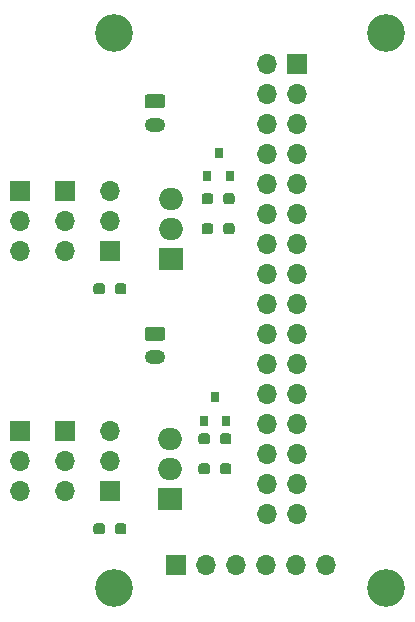
<source format=gbr>
G04 #@! TF.GenerationSoftware,KiCad,Pcbnew,(5.1.9)-1*
G04 #@! TF.CreationDate,2021-11-12T16:09:24-07:00*
G04 #@! TF.ProjectId,ABSIS_Nano_Relay_Module,41425349-535f-44e6-916e-6f5f52656c61,1*
G04 #@! TF.SameCoordinates,Original*
G04 #@! TF.FileFunction,Soldermask,Top*
G04 #@! TF.FilePolarity,Negative*
%FSLAX46Y46*%
G04 Gerber Fmt 4.6, Leading zero omitted, Abs format (unit mm)*
G04 Created by KiCad (PCBNEW (5.1.9)-1) date 2021-11-12 16:09:24*
%MOMM*%
%LPD*%
G01*
G04 APERTURE LIST*
%ADD10O,1.700000X1.700000*%
%ADD11R,1.700000X1.700000*%
%ADD12O,2.000000X1.905000*%
%ADD13R,2.000000X1.905000*%
%ADD14R,0.800000X0.900000*%
%ADD15O,1.750000X1.200000*%
%ADD16C,3.200000*%
G04 APERTURE END LIST*
D10*
X128625000Y-104605000D03*
X128625000Y-102065000D03*
D11*
X128625000Y-99525000D03*
D10*
X124815000Y-104605000D03*
X124815000Y-102065000D03*
D11*
X124815000Y-99525000D03*
D10*
X128625000Y-84285000D03*
X128625000Y-81745000D03*
D11*
X128625000Y-79205000D03*
D10*
X124815000Y-84285000D03*
X124815000Y-81745000D03*
D11*
X124815000Y-79205000D03*
G36*
G01*
X132860000Y-108017500D02*
X132860000Y-107542500D01*
G75*
G02*
X133097500Y-107305000I237500J0D01*
G01*
X133597500Y-107305000D01*
G75*
G02*
X133835000Y-107542500I0J-237500D01*
G01*
X133835000Y-108017500D01*
G75*
G02*
X133597500Y-108255000I-237500J0D01*
G01*
X133097500Y-108255000D01*
G75*
G02*
X132860000Y-108017500I0J237500D01*
G01*
G37*
G36*
G01*
X131035000Y-108017500D02*
X131035000Y-107542500D01*
G75*
G02*
X131272500Y-107305000I237500J0D01*
G01*
X131772500Y-107305000D01*
G75*
G02*
X132010000Y-107542500I0J-237500D01*
G01*
X132010000Y-108017500D01*
G75*
G02*
X131772500Y-108255000I-237500J0D01*
G01*
X131272500Y-108255000D01*
G75*
G02*
X131035000Y-108017500I0J237500D01*
G01*
G37*
G36*
G01*
X140900000Y-102462500D02*
X140900000Y-102937500D01*
G75*
G02*
X140662500Y-103175000I-237500J0D01*
G01*
X140162500Y-103175000D01*
G75*
G02*
X139925000Y-102937500I0J237500D01*
G01*
X139925000Y-102462500D01*
G75*
G02*
X140162500Y-102225000I237500J0D01*
G01*
X140662500Y-102225000D01*
G75*
G02*
X140900000Y-102462500I0J-237500D01*
G01*
G37*
G36*
G01*
X142725000Y-102462500D02*
X142725000Y-102937500D01*
G75*
G02*
X142487500Y-103175000I-237500J0D01*
G01*
X141987500Y-103175000D01*
G75*
G02*
X141750000Y-102937500I0J237500D01*
G01*
X141750000Y-102462500D01*
G75*
G02*
X141987500Y-102225000I237500J0D01*
G01*
X142487500Y-102225000D01*
G75*
G02*
X142725000Y-102462500I0J-237500D01*
G01*
G37*
G36*
G01*
X141750000Y-100397500D02*
X141750000Y-99922500D01*
G75*
G02*
X141987500Y-99685000I237500J0D01*
G01*
X142487500Y-99685000D01*
G75*
G02*
X142725000Y-99922500I0J-237500D01*
G01*
X142725000Y-100397500D01*
G75*
G02*
X142487500Y-100635000I-237500J0D01*
G01*
X141987500Y-100635000D01*
G75*
G02*
X141750000Y-100397500I0J237500D01*
G01*
G37*
G36*
G01*
X139925000Y-100397500D02*
X139925000Y-99922500D01*
G75*
G02*
X140162500Y-99685000I237500J0D01*
G01*
X140662500Y-99685000D01*
G75*
G02*
X140900000Y-99922500I0J-237500D01*
G01*
X140900000Y-100397500D01*
G75*
G02*
X140662500Y-100635000I-237500J0D01*
G01*
X140162500Y-100635000D01*
G75*
G02*
X139925000Y-100397500I0J237500D01*
G01*
G37*
G36*
G01*
X132860000Y-87697500D02*
X132860000Y-87222500D01*
G75*
G02*
X133097500Y-86985000I237500J0D01*
G01*
X133597500Y-86985000D01*
G75*
G02*
X133835000Y-87222500I0J-237500D01*
G01*
X133835000Y-87697500D01*
G75*
G02*
X133597500Y-87935000I-237500J0D01*
G01*
X133097500Y-87935000D01*
G75*
G02*
X132860000Y-87697500I0J237500D01*
G01*
G37*
G36*
G01*
X131035000Y-87697500D02*
X131035000Y-87222500D01*
G75*
G02*
X131272500Y-86985000I237500J0D01*
G01*
X131772500Y-86985000D01*
G75*
G02*
X132010000Y-87222500I0J-237500D01*
G01*
X132010000Y-87697500D01*
G75*
G02*
X131772500Y-87935000I-237500J0D01*
G01*
X131272500Y-87935000D01*
G75*
G02*
X131035000Y-87697500I0J237500D01*
G01*
G37*
G36*
G01*
X142027500Y-80077500D02*
X142027500Y-79602500D01*
G75*
G02*
X142265000Y-79365000I237500J0D01*
G01*
X142765000Y-79365000D01*
G75*
G02*
X143002500Y-79602500I0J-237500D01*
G01*
X143002500Y-80077500D01*
G75*
G02*
X142765000Y-80315000I-237500J0D01*
G01*
X142265000Y-80315000D01*
G75*
G02*
X142027500Y-80077500I0J237500D01*
G01*
G37*
G36*
G01*
X140202500Y-80077500D02*
X140202500Y-79602500D01*
G75*
G02*
X140440000Y-79365000I237500J0D01*
G01*
X140940000Y-79365000D01*
G75*
G02*
X141177500Y-79602500I0J-237500D01*
G01*
X141177500Y-80077500D01*
G75*
G02*
X140940000Y-80315000I-237500J0D01*
G01*
X140440000Y-80315000D01*
G75*
G02*
X140202500Y-80077500I0J237500D01*
G01*
G37*
G36*
G01*
X142027500Y-82617500D02*
X142027500Y-82142500D01*
G75*
G02*
X142265000Y-81905000I237500J0D01*
G01*
X142765000Y-81905000D01*
G75*
G02*
X143002500Y-82142500I0J-237500D01*
G01*
X143002500Y-82617500D01*
G75*
G02*
X142765000Y-82855000I-237500J0D01*
G01*
X142265000Y-82855000D01*
G75*
G02*
X142027500Y-82617500I0J237500D01*
G01*
G37*
G36*
G01*
X140202500Y-82617500D02*
X140202500Y-82142500D01*
G75*
G02*
X140440000Y-81905000I237500J0D01*
G01*
X140940000Y-81905000D01*
G75*
G02*
X141177500Y-82142500I0J-237500D01*
G01*
X141177500Y-82617500D01*
G75*
G02*
X140940000Y-82855000I-237500J0D01*
G01*
X140440000Y-82855000D01*
G75*
G02*
X140202500Y-82617500I0J237500D01*
G01*
G37*
D12*
X137515000Y-100160000D03*
X137515000Y-102700000D03*
D13*
X137515000Y-105240000D03*
D14*
X141325000Y-96620000D03*
X142275000Y-98620000D03*
X140375000Y-98620000D03*
X141640000Y-75935000D03*
X142590000Y-77935000D03*
X140690000Y-77935000D03*
D12*
X137642000Y-79840000D03*
X137642000Y-82380000D03*
D13*
X137642000Y-84920000D03*
D10*
X132435000Y-99525000D03*
X132435000Y-102065000D03*
D11*
X132435000Y-104605000D03*
D10*
X132435000Y-79205000D03*
X132435000Y-81745000D03*
D11*
X132435000Y-84285000D03*
D15*
X136245000Y-93270000D03*
G36*
G01*
X135619999Y-90670000D02*
X136870001Y-90670000D01*
G75*
G02*
X137120000Y-90919999I0J-249999D01*
G01*
X137120000Y-91620001D01*
G75*
G02*
X136870001Y-91870000I-249999J0D01*
G01*
X135619999Y-91870000D01*
G75*
G02*
X135370000Y-91620001I0J249999D01*
G01*
X135370000Y-90919999D01*
G75*
G02*
X135619999Y-90670000I249999J0D01*
G01*
G37*
X136245000Y-73585000D03*
G36*
G01*
X135619999Y-70985000D02*
X136870001Y-70985000D01*
G75*
G02*
X137120000Y-71234999I0J-249999D01*
G01*
X137120000Y-71935001D01*
G75*
G02*
X136870001Y-72185000I-249999J0D01*
G01*
X135619999Y-72185000D01*
G75*
G02*
X135370000Y-71935001I0J249999D01*
G01*
X135370000Y-71234999D01*
G75*
G02*
X135619999Y-70985000I249999J0D01*
G01*
G37*
D10*
X150710000Y-110810000D03*
X148170000Y-110810000D03*
X145630000Y-110810000D03*
X143090000Y-110810000D03*
X140550000Y-110810000D03*
D11*
X138010000Y-110810000D03*
D10*
X145770000Y-106510000D03*
X148310000Y-106510000D03*
X145770000Y-103970000D03*
X148310000Y-103970000D03*
X145770000Y-101430000D03*
X148310000Y-101430000D03*
X145770000Y-98890000D03*
X148310000Y-98890000D03*
X145770000Y-96350000D03*
X148310000Y-96350000D03*
X145770000Y-93810000D03*
X148310000Y-93810000D03*
X145770000Y-91270000D03*
X148310000Y-91270000D03*
X145770000Y-88730000D03*
X148310000Y-88730000D03*
X145770000Y-86190000D03*
X148310000Y-86190000D03*
X145770000Y-83650000D03*
X148310000Y-83650000D03*
X145770000Y-81110000D03*
X148310000Y-81110000D03*
X145770000Y-78570000D03*
X148310000Y-78570000D03*
X145770000Y-76030000D03*
X148310000Y-76030000D03*
X145770000Y-73490000D03*
X148310000Y-73490000D03*
X145770000Y-70950000D03*
X148310000Y-70950000D03*
X145770000Y-68410000D03*
D11*
X148310000Y-68410000D03*
D16*
X155810000Y-112810000D03*
X132810000Y-112810000D03*
X155810000Y-65810000D03*
X132810000Y-65810000D03*
M02*

</source>
